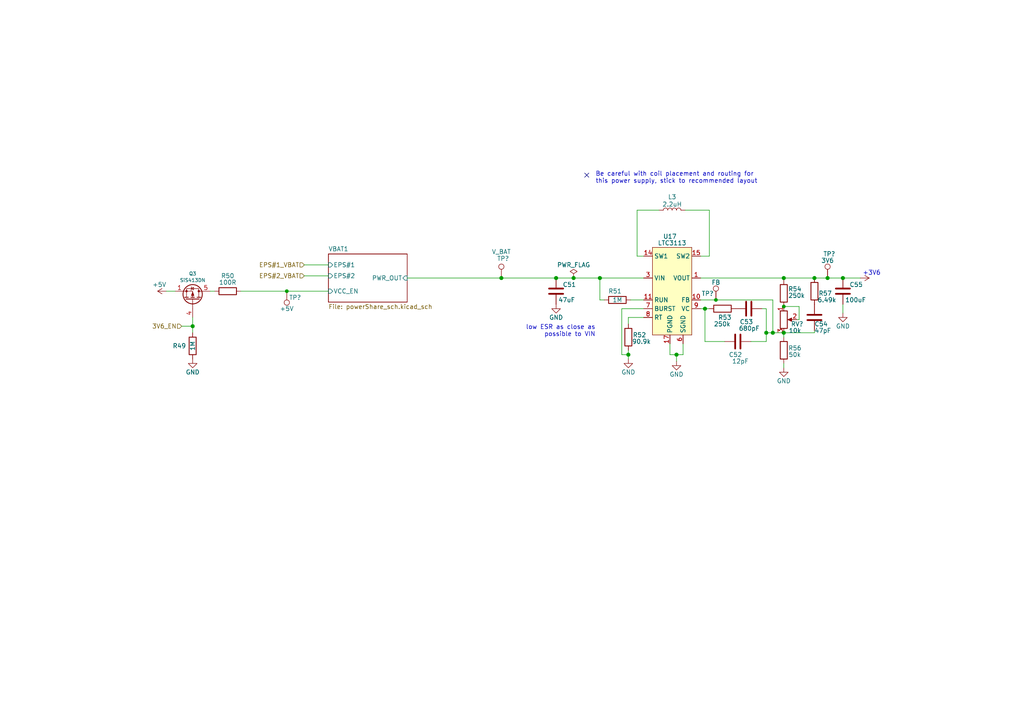
<source format=kicad_sch>
(kicad_sch (version 20211123) (generator eeschema)

  (uuid 93bc236d-3455-443f-8726-2037a6755e8b)

  (paper "A4")

  (lib_symbols
    (symbol "Connector:TestPoint" (pin_numbers hide) (pin_names (offset 0.762) hide) (in_bom yes) (on_board yes)
      (property "Reference" "TP" (id 0) (at 0 6.858 0)
        (effects (font (size 1.27 1.27)))
      )
      (property "Value" "TestPoint" (id 1) (at 0 5.08 0)
        (effects (font (size 1.27 1.27)))
      )
      (property "Footprint" "" (id 2) (at 5.08 0 0)
        (effects (font (size 1.27 1.27)) hide)
      )
      (property "Datasheet" "~" (id 3) (at 5.08 0 0)
        (effects (font (size 1.27 1.27)) hide)
      )
      (property "ki_keywords" "test point tp" (id 4) (at 0 0 0)
        (effects (font (size 1.27 1.27)) hide)
      )
      (property "ki_description" "test point" (id 5) (at 0 0 0)
        (effects (font (size 1.27 1.27)) hide)
      )
      (property "ki_fp_filters" "Pin* Test*" (id 6) (at 0 0 0)
        (effects (font (size 1.27 1.27)) hide)
      )
      (symbol "TestPoint_0_1"
        (circle (center 0 3.302) (radius 0.762)
          (stroke (width 0) (type default) (color 0 0 0 0))
          (fill (type none))
        )
      )
      (symbol "TestPoint_1_1"
        (pin passive line (at 0 0 90) (length 2.54)
          (name "1" (effects (font (size 1.27 1.27))))
          (number "1" (effects (font (size 1.27 1.27))))
        )
      )
    )
    (symbol "Device:C" (pin_numbers hide) (pin_names (offset 0.254)) (in_bom yes) (on_board yes)
      (property "Reference" "C" (id 0) (at 0.635 2.54 0)
        (effects (font (size 1.27 1.27)) (justify left))
      )
      (property "Value" "C" (id 1) (at 0.635 -2.54 0)
        (effects (font (size 1.27 1.27)) (justify left))
      )
      (property "Footprint" "" (id 2) (at 0.9652 -3.81 0)
        (effects (font (size 1.27 1.27)) hide)
      )
      (property "Datasheet" "~" (id 3) (at 0 0 0)
        (effects (font (size 1.27 1.27)) hide)
      )
      (property "ki_keywords" "cap capacitor" (id 4) (at 0 0 0)
        (effects (font (size 1.27 1.27)) hide)
      )
      (property "ki_description" "Unpolarized capacitor" (id 5) (at 0 0 0)
        (effects (font (size 1.27 1.27)) hide)
      )
      (property "ki_fp_filters" "C_*" (id 6) (at 0 0 0)
        (effects (font (size 1.27 1.27)) hide)
      )
      (symbol "C_0_1"
        (polyline
          (pts
            (xy -2.032 -0.762)
            (xy 2.032 -0.762)
          )
          (stroke (width 0.508) (type default) (color 0 0 0 0))
          (fill (type none))
        )
        (polyline
          (pts
            (xy -2.032 0.762)
            (xy 2.032 0.762)
          )
          (stroke (width 0.508) (type default) (color 0 0 0 0))
          (fill (type none))
        )
      )
      (symbol "C_1_1"
        (pin passive line (at 0 3.81 270) (length 2.794)
          (name "~" (effects (font (size 1.27 1.27))))
          (number "1" (effects (font (size 1.27 1.27))))
        )
        (pin passive line (at 0 -3.81 90) (length 2.794)
          (name "~" (effects (font (size 1.27 1.27))))
          (number "2" (effects (font (size 1.27 1.27))))
        )
      )
    )
    (symbol "Device:L" (pin_numbers hide) (pin_names (offset 1.016) hide) (in_bom yes) (on_board yes)
      (property "Reference" "L" (id 0) (at -1.27 0 90)
        (effects (font (size 1.27 1.27)))
      )
      (property "Value" "L" (id 1) (at 1.905 0 90)
        (effects (font (size 1.27 1.27)))
      )
      (property "Footprint" "" (id 2) (at 0 0 0)
        (effects (font (size 1.27 1.27)) hide)
      )
      (property "Datasheet" "~" (id 3) (at 0 0 0)
        (effects (font (size 1.27 1.27)) hide)
      )
      (property "ki_keywords" "inductor choke coil reactor magnetic" (id 4) (at 0 0 0)
        (effects (font (size 1.27 1.27)) hide)
      )
      (property "ki_description" "Inductor" (id 5) (at 0 0 0)
        (effects (font (size 1.27 1.27)) hide)
      )
      (property "ki_fp_filters" "Choke_* *Coil* Inductor_* L_*" (id 6) (at 0 0 0)
        (effects (font (size 1.27 1.27)) hide)
      )
      (symbol "L_0_1"
        (arc (start 0 -2.54) (mid 0.635 -1.905) (end 0 -1.27)
          (stroke (width 0) (type default) (color 0 0 0 0))
          (fill (type none))
        )
        (arc (start 0 -1.27) (mid 0.635 -0.635) (end 0 0)
          (stroke (width 0) (type default) (color 0 0 0 0))
          (fill (type none))
        )
        (arc (start 0 0) (mid 0.635 0.635) (end 0 1.27)
          (stroke (width 0) (type default) (color 0 0 0 0))
          (fill (type none))
        )
        (arc (start 0 1.27) (mid 0.635 1.905) (end 0 2.54)
          (stroke (width 0) (type default) (color 0 0 0 0))
          (fill (type none))
        )
      )
      (symbol "L_1_1"
        (pin passive line (at 0 3.81 270) (length 1.27)
          (name "1" (effects (font (size 1.27 1.27))))
          (number "1" (effects (font (size 1.27 1.27))))
        )
        (pin passive line (at 0 -3.81 90) (length 1.27)
          (name "2" (effects (font (size 1.27 1.27))))
          (number "2" (effects (font (size 1.27 1.27))))
        )
      )
    )
    (symbol "Device:R" (pin_numbers hide) (pin_names (offset 0)) (in_bom yes) (on_board yes)
      (property "Reference" "R" (id 0) (at 2.032 0 90)
        (effects (font (size 1.27 1.27)))
      )
      (property "Value" "R" (id 1) (at 0 0 90)
        (effects (font (size 1.27 1.27)))
      )
      (property "Footprint" "" (id 2) (at -1.778 0 90)
        (effects (font (size 1.27 1.27)) hide)
      )
      (property "Datasheet" "~" (id 3) (at 0 0 0)
        (effects (font (size 1.27 1.27)) hide)
      )
      (property "ki_keywords" "R res resistor" (id 4) (at 0 0 0)
        (effects (font (size 1.27 1.27)) hide)
      )
      (property "ki_description" "Resistor" (id 5) (at 0 0 0)
        (effects (font (size 1.27 1.27)) hide)
      )
      (property "ki_fp_filters" "R_*" (id 6) (at 0 0 0)
        (effects (font (size 1.27 1.27)) hide)
      )
      (symbol "R_0_1"
        (rectangle (start -1.016 -2.54) (end 1.016 2.54)
          (stroke (width 0.254) (type default) (color 0 0 0 0))
          (fill (type none))
        )
      )
      (symbol "R_1_1"
        (pin passive line (at 0 3.81 270) (length 1.27)
          (name "~" (effects (font (size 1.27 1.27))))
          (number "1" (effects (font (size 1.27 1.27))))
        )
        (pin passive line (at 0 -3.81 90) (length 1.27)
          (name "~" (effects (font (size 1.27 1.27))))
          (number "2" (effects (font (size 1.27 1.27))))
        )
      )
    )
    (symbol "Device:R_Potentiometer" (pin_names (offset 1.016) hide) (in_bom yes) (on_board yes)
      (property "Reference" "RV" (id 0) (at -4.445 0 90)
        (effects (font (size 1.27 1.27)))
      )
      (property "Value" "R_Potentiometer" (id 1) (at -2.54 0 90)
        (effects (font (size 1.27 1.27)))
      )
      (property "Footprint" "" (id 2) (at 0 0 0)
        (effects (font (size 1.27 1.27)) hide)
      )
      (property "Datasheet" "~" (id 3) (at 0 0 0)
        (effects (font (size 1.27 1.27)) hide)
      )
      (property "ki_keywords" "resistor variable" (id 4) (at 0 0 0)
        (effects (font (size 1.27 1.27)) hide)
      )
      (property "ki_description" "Potentiometer" (id 5) (at 0 0 0)
        (effects (font (size 1.27 1.27)) hide)
      )
      (property "ki_fp_filters" "Potentiometer*" (id 6) (at 0 0 0)
        (effects (font (size 1.27 1.27)) hide)
      )
      (symbol "R_Potentiometer_0_1"
        (polyline
          (pts
            (xy 2.54 0)
            (xy 1.524 0)
          )
          (stroke (width 0) (type default) (color 0 0 0 0))
          (fill (type none))
        )
        (polyline
          (pts
            (xy 1.143 0)
            (xy 2.286 0.508)
            (xy 2.286 -0.508)
            (xy 1.143 0)
          )
          (stroke (width 0) (type default) (color 0 0 0 0))
          (fill (type outline))
        )
        (rectangle (start 1.016 2.54) (end -1.016 -2.54)
          (stroke (width 0.254) (type default) (color 0 0 0 0))
          (fill (type none))
        )
      )
      (symbol "R_Potentiometer_1_1"
        (pin passive line (at 0 3.81 270) (length 1.27)
          (name "1" (effects (font (size 1.27 1.27))))
          (number "1" (effects (font (size 1.27 1.27))))
        )
        (pin passive line (at 3.81 0 180) (length 1.27)
          (name "2" (effects (font (size 1.27 1.27))))
          (number "2" (effects (font (size 1.27 1.27))))
        )
        (pin passive line (at 0 -3.81 90) (length 1.27)
          (name "3" (effects (font (size 1.27 1.27))))
          (number "3" (effects (font (size 1.27 1.27))))
        )
      )
    )
    (symbol "Transistor_FET:SiS443DN" (pin_names hide) (in_bom yes) (on_board yes)
      (property "Reference" "Q" (id 0) (at 5.08 1.905 0)
        (effects (font (size 1.27 1.27)) (justify left))
      )
      (property "Value" "SiS443DN" (id 1) (at 5.08 0 0)
        (effects (font (size 1.27 1.27)) (justify left))
      )
      (property "Footprint" "Package_SO:Vishay_PowerPAK_1212-8_Single" (id 2) (at 5.08 -1.905 0)
        (effects (font (size 1.27 1.27) italic) (justify left) hide)
      )
      (property "Datasheet" "https://www.vishay.com/docs/63253/sis443dn.pdf" (id 3) (at 0 0 90)
        (effects (font (size 1.27 1.27)) (justify left) hide)
      )
      (property "ki_keywords" "P-Channel MOSFET" (id 4) (at 0 0 0)
        (effects (font (size 1.27 1.27)) hide)
      )
      (property "ki_description" "-35A Id, -40V Vds, P-Channel MOSFET, PowerPAK 1212-8 Single" (id 5) (at 0 0 0)
        (effects (font (size 1.27 1.27)) hide)
      )
      (property "ki_fp_filters" "Vishay*PowerPAK*1212*Single*" (id 6) (at 0 0 0)
        (effects (font (size 1.27 1.27)) hide)
      )
      (symbol "SiS443DN_0_1"
        (polyline
          (pts
            (xy 0.254 0)
            (xy -2.54 0)
          )
          (stroke (width 0) (type default) (color 0 0 0 0))
          (fill (type none))
        )
        (polyline
          (pts
            (xy 0.254 1.905)
            (xy 0.254 -1.905)
          )
          (stroke (width 0.254) (type default) (color 0 0 0 0))
          (fill (type none))
        )
        (polyline
          (pts
            (xy 0.762 -1.27)
            (xy 0.762 -2.286)
          )
          (stroke (width 0.254) (type default) (color 0 0 0 0))
          (fill (type none))
        )
        (polyline
          (pts
            (xy 0.762 0.508)
            (xy 0.762 -0.508)
          )
          (stroke (width 0.254) (type default) (color 0 0 0 0))
          (fill (type none))
        )
        (polyline
          (pts
            (xy 0.762 2.286)
            (xy 0.762 1.27)
          )
          (stroke (width 0.254) (type default) (color 0 0 0 0))
          (fill (type none))
        )
        (polyline
          (pts
            (xy 2.54 2.54)
            (xy 2.54 1.778)
          )
          (stroke (width 0) (type default) (color 0 0 0 0))
          (fill (type none))
        )
        (polyline
          (pts
            (xy 2.54 -2.54)
            (xy 2.54 0)
            (xy 0.762 0)
          )
          (stroke (width 0) (type default) (color 0 0 0 0))
          (fill (type none))
        )
        (polyline
          (pts
            (xy 0.762 1.778)
            (xy 3.302 1.778)
            (xy 3.302 -1.778)
            (xy 0.762 -1.778)
          )
          (stroke (width 0) (type default) (color 0 0 0 0))
          (fill (type none))
        )
        (polyline
          (pts
            (xy 2.286 0)
            (xy 1.27 0.381)
            (xy 1.27 -0.381)
            (xy 2.286 0)
          )
          (stroke (width 0) (type default) (color 0 0 0 0))
          (fill (type outline))
        )
        (polyline
          (pts
            (xy 2.794 -0.508)
            (xy 2.921 -0.381)
            (xy 3.683 -0.381)
            (xy 3.81 -0.254)
          )
          (stroke (width 0) (type default) (color 0 0 0 0))
          (fill (type none))
        )
        (polyline
          (pts
            (xy 3.302 -0.381)
            (xy 2.921 0.254)
            (xy 3.683 0.254)
            (xy 3.302 -0.381)
          )
          (stroke (width 0) (type default) (color 0 0 0 0))
          (fill (type none))
        )
        (circle (center 1.651 0) (radius 2.794)
          (stroke (width 0.254) (type default) (color 0 0 0 0))
          (fill (type none))
        )
        (circle (center 2.54 -1.778) (radius 0.254)
          (stroke (width 0) (type default) (color 0 0 0 0))
          (fill (type outline))
        )
        (circle (center 2.54 1.778) (radius 0.254)
          (stroke (width 0) (type default) (color 0 0 0 0))
          (fill (type outline))
        )
      )
      (symbol "SiS443DN_1_1"
        (pin passive line (at 2.54 -5.08 90) (length 2.54)
          (name "S" (effects (font (size 1.27 1.27))))
          (number "1" (effects (font (size 1.27 1.27))))
        )
        (pin passive line (at 2.54 -5.08 90) (length 2.54) hide
          (name "S" (effects (font (size 1.27 1.27))))
          (number "2" (effects (font (size 1.27 1.27))))
        )
        (pin passive line (at 2.54 -5.08 90) (length 2.54) hide
          (name "S" (effects (font (size 1.27 1.27))))
          (number "3" (effects (font (size 1.27 1.27))))
        )
        (pin passive line (at -5.08 0 0) (length 2.54)
          (name "G" (effects (font (size 1.27 1.27))))
          (number "4" (effects (font (size 1.27 1.27))))
        )
        (pin passive line (at 2.54 5.08 270) (length 2.54)
          (name "D" (effects (font (size 1.27 1.27))))
          (number "5" (effects (font (size 1.27 1.27))))
        )
      )
    )
    (symbol "comm:LTC3113" (in_bom yes) (on_board yes)
      (property "Reference" "U" (id 0) (at 0 17.78 0)
        (effects (font (size 1.27 1.27)))
      )
      (property "Value" "LTC3113" (id 1) (at 0 15.24 0)
        (effects (font (size 1.27 1.27)))
      )
      (property "Footprint" "Package_DFN_QFN:DFN-16-1EP_4x5mm_P0.5mm_EP2.44x4.34mm" (id 2) (at 0 13.97 0)
        (effects (font (size 1.27 1.27)) hide)
      )
      (property "Datasheet" "" (id 3) (at 0 13.97 0)
        (effects (font (size 1.27 1.27)) hide)
      )
      (symbol "LTC3113_0_1"
        (rectangle (start -5.08 11.43) (end 6.35 -13.97)
          (stroke (width 0.1524) (type default) (color 0 0 0 0))
          (fill (type background))
        )
      )
      (symbol "LTC3113_1_1"
        (pin power_out line (at 8.89 2.54 180) (length 2.54)
          (name "VOUT" (effects (font (size 1.27 1.27))))
          (number "1" (effects (font (size 1.27 1.27))))
        )
        (pin input line (at 8.89 -3.81 180) (length 2.54)
          (name "FB" (effects (font (size 1.27 1.27))))
          (number "10" (effects (font (size 1.27 1.27))))
        )
        (pin input line (at -7.62 -3.81 0) (length 2.54)
          (name "RUN" (effects (font (size 1.27 1.27))))
          (number "11" (effects (font (size 1.27 1.27))))
        )
        (pin input line (at -7.62 8.89 0) (length 2.54) hide
          (name "SW1" (effects (font (size 1.27 1.27))))
          (number "12" (effects (font (size 1.27 1.27))))
        )
        (pin input line (at -7.62 8.89 0) (length 2.54) hide
          (name "SW1" (effects (font (size 1.27 1.27))))
          (number "13" (effects (font (size 1.27 1.27))))
        )
        (pin input line (at -7.62 8.89 0) (length 2.54)
          (name "SW1" (effects (font (size 1.27 1.27))))
          (number "14" (effects (font (size 1.27 1.27))))
        )
        (pin input line (at 8.89 8.89 180) (length 2.54)
          (name "SW2" (effects (font (size 1.27 1.27))))
          (number "15" (effects (font (size 1.27 1.27))))
        )
        (pin input line (at 8.89 8.89 180) (length 2.54) hide
          (name "SW2" (effects (font (size 1.27 1.27))))
          (number "16" (effects (font (size 1.27 1.27))))
        )
        (pin power_in line (at 0 -16.51 90) (length 2.54)
          (name "PGND" (effects (font (size 1.27 1.27))))
          (number "17" (effects (font (size 1.27 1.27))))
        )
        (pin passive line (at 8.89 2.54 180) (length 2.54) hide
          (name "VOUT" (effects (font (size 1.27 1.27))))
          (number "2" (effects (font (size 1.27 1.27))))
        )
        (pin power_in line (at -7.62 2.54 0) (length 2.54)
          (name "VIN" (effects (font (size 1.27 1.27))))
          (number "3" (effects (font (size 1.27 1.27))))
        )
        (pin power_in line (at -7.62 2.54 0) (length 2.54) hide
          (name "VIN" (effects (font (size 1.27 1.27))))
          (number "4" (effects (font (size 1.27 1.27))))
        )
        (pin power_in line (at -7.62 2.54 0) (length 2.54) hide
          (name "VIN" (effects (font (size 1.27 1.27))))
          (number "5" (effects (font (size 1.27 1.27))))
        )
        (pin power_in line (at 3.81 -16.51 90) (length 2.54)
          (name "SGND" (effects (font (size 1.27 1.27))))
          (number "6" (effects (font (size 1.27 1.27))))
        )
        (pin input line (at -7.62 -6.35 0) (length 2.54)
          (name "BURST" (effects (font (size 1.27 1.27))))
          (number "7" (effects (font (size 1.27 1.27))))
        )
        (pin input line (at -7.62 -8.89 0) (length 2.54)
          (name "RT" (effects (font (size 1.27 1.27))))
          (number "8" (effects (font (size 1.27 1.27))))
        )
        (pin input line (at 8.89 -6.35 180) (length 2.54)
          (name "VC" (effects (font (size 1.27 1.27))))
          (number "9" (effects (font (size 1.27 1.27))))
        )
      )
    )
    (symbol "power:+3V8" (power) (pin_names (offset 0)) (in_bom yes) (on_board yes)
      (property "Reference" "#PWR" (id 0) (at 0 -3.81 0)
        (effects (font (size 1.27 1.27)) hide)
      )
      (property "Value" "+3V8" (id 1) (at 0 3.556 0)
        (effects (font (size 1.27 1.27)))
      )
      (property "Footprint" "" (id 2) (at 0 0 0)
        (effects (font (size 1.27 1.27)) hide)
      )
      (property "Datasheet" "" (id 3) (at 0 0 0)
        (effects (font (size 1.27 1.27)) hide)
      )
      (property "ki_keywords" "power-flag" (id 4) (at 0 0 0)
        (effects (font (size 1.27 1.27)) hide)
      )
      (property "ki_description" "Power symbol creates a global label with name \"+3V8\"" (id 5) (at 0 0 0)
        (effects (font (size 1.27 1.27)) hide)
      )
      (symbol "+3V8_0_1"
        (polyline
          (pts
            (xy -0.762 1.27)
            (xy 0 2.54)
          )
          (stroke (width 0) (type default) (color 0 0 0 0))
          (fill (type none))
        )
        (polyline
          (pts
            (xy 0 0)
            (xy 0 2.54)
          )
          (stroke (width 0) (type default) (color 0 0 0 0))
          (fill (type none))
        )
        (polyline
          (pts
            (xy 0 2.54)
            (xy 0.762 1.27)
          )
          (stroke (width 0) (type default) (color 0 0 0 0))
          (fill (type none))
        )
      )
      (symbol "+3V8_1_1"
        (pin power_in line (at 0 0 90) (length 0) hide
          (name "+3V8" (effects (font (size 1.27 1.27))))
          (number "1" (effects (font (size 1.27 1.27))))
        )
      )
    )
    (symbol "power:+5V" (power) (pin_names (offset 0)) (in_bom yes) (on_board yes)
      (property "Reference" "#PWR" (id 0) (at 0 -3.81 0)
        (effects (font (size 1.27 1.27)) hide)
      )
      (property "Value" "+5V" (id 1) (at 0 3.556 0)
        (effects (font (size 1.27 1.27)))
      )
      (property "Footprint" "" (id 2) (at 0 0 0)
        (effects (font (size 1.27 1.27)) hide)
      )
      (property "Datasheet" "" (id 3) (at 0 0 0)
        (effects (font (size 1.27 1.27)) hide)
      )
      (property "ki_keywords" "power-flag" (id 4) (at 0 0 0)
        (effects (font (size 1.27 1.27)) hide)
      )
      (property "ki_description" "Power symbol creates a global label with name \"+5V\"" (id 5) (at 0 0 0)
        (effects (font (size 1.27 1.27)) hide)
      )
      (symbol "+5V_0_1"
        (polyline
          (pts
            (xy -0.762 1.27)
            (xy 0 2.54)
          )
          (stroke (width 0) (type default) (color 0 0 0 0))
          (fill (type none))
        )
        (polyline
          (pts
            (xy 0 0)
            (xy 0 2.54)
          )
          (stroke (width 0) (type default) (color 0 0 0 0))
          (fill (type none))
        )
        (polyline
          (pts
            (xy 0 2.54)
            (xy 0.762 1.27)
          )
          (stroke (width 0) (type default) (color 0 0 0 0))
          (fill (type none))
        )
      )
      (symbol "+5V_1_1"
        (pin power_in line (at 0 0 90) (length 0) hide
          (name "+5V" (effects (font (size 1.27 1.27))))
          (number "1" (effects (font (size 1.27 1.27))))
        )
      )
    )
    (symbol "power:GND" (power) (pin_names (offset 0)) (in_bom yes) (on_board yes)
      (property "Reference" "#PWR" (id 0) (at 0 -6.35 0)
        (effects (font (size 1.27 1.27)) hide)
      )
      (property "Value" "GND" (id 1) (at 0 -3.81 0)
        (effects (font (size 1.27 1.27)))
      )
      (property "Footprint" "" (id 2) (at 0 0 0)
        (effects (font (size 1.27 1.27)) hide)
      )
      (property "Datasheet" "" (id 3) (at 0 0 0)
        (effects (font (size 1.27 1.27)) hide)
      )
      (property "ki_keywords" "power-flag" (id 4) (at 0 0 0)
        (effects (font (size 1.27 1.27)) hide)
      )
      (property "ki_description" "Power symbol creates a global label with name \"GND\" , ground" (id 5) (at 0 0 0)
        (effects (font (size 1.27 1.27)) hide)
      )
      (symbol "GND_0_1"
        (polyline
          (pts
            (xy 0 0)
            (xy 0 -1.27)
            (xy 1.27 -1.27)
            (xy 0 -2.54)
            (xy -1.27 -1.27)
            (xy 0 -1.27)
          )
          (stroke (width 0) (type default) (color 0 0 0 0))
          (fill (type none))
        )
      )
      (symbol "GND_1_1"
        (pin power_in line (at 0 0 270) (length 0) hide
          (name "GND" (effects (font (size 1.27 1.27))))
          (number "1" (effects (font (size 1.27 1.27))))
        )
      )
    )
    (symbol "power:PWR_FLAG" (power) (pin_numbers hide) (pin_names (offset 0) hide) (in_bom yes) (on_board yes)
      (property "Reference" "#FLG" (id 0) (at 0 1.905 0)
        (effects (font (size 1.27 1.27)) hide)
      )
      (property "Value" "PWR_FLAG" (id 1) (at 0 3.81 0)
        (effects (font (size 1.27 1.27)))
      )
      (property "Footprint" "" (id 2) (at 0 0 0)
        (effects (font (size 1.27 1.27)) hide)
      )
      (property "Datasheet" "~" (id 3) (at 0 0 0)
        (effects (font (size 1.27 1.27)) hide)
      )
      (property "ki_keywords" "power-flag" (id 4) (at 0 0 0)
        (effects (font (size 1.27 1.27)) hide)
      )
      (property "ki_description" "Special symbol for telling ERC where power comes from" (id 5) (at 0 0 0)
        (effects (font (size 1.27 1.27)) hide)
      )
      (symbol "PWR_FLAG_0_0"
        (pin power_out line (at 0 0 90) (length 0)
          (name "pwr" (effects (font (size 1.27 1.27))))
          (number "1" (effects (font (size 1.27 1.27))))
        )
      )
      (symbol "PWR_FLAG_0_1"
        (polyline
          (pts
            (xy 0 0)
            (xy 0 1.27)
            (xy -1.016 1.905)
            (xy 0 2.54)
            (xy 1.016 1.905)
            (xy 0 1.27)
          )
          (stroke (width 0) (type default) (color 0 0 0 0))
          (fill (type none))
        )
      )
    )
  )

  (junction (at 224.155 96.52) (diameter 1.016) (color 0 0 0 0)
    (uuid 10466cba-b45a-4266-a3b7-e58a54c85068)
  )
  (junction (at 166.37 80.645) (diameter 1.016) (color 0 0 0 0)
    (uuid 223b1bf5-aeb0-4409-ae26-7a05947090b1)
  )
  (junction (at 173.99 80.645) (diameter 1.016) (color 0 0 0 0)
    (uuid 2bd8e8f1-1a24-4dbc-9d3e-02ec45243012)
  )
  (junction (at 196.215 102.87) (diameter 1.016) (color 0 0 0 0)
    (uuid 3230db71-e343-4ca7-bfe8-9565703f0c4c)
  )
  (junction (at 244.475 80.645) (diameter 1.016) (color 0 0 0 0)
    (uuid 3b5c237f-d7d6-49ed-b03e-6a11bbbe8b45)
  )
  (junction (at 204.47 89.535) (diameter 1.016) (color 0 0 0 0)
    (uuid 3eade326-98e9-4f73-9969-c3de1dd20284)
  )
  (junction (at 145.415 80.645) (diameter 1.016) (color 0 0 0 0)
    (uuid 47033c75-f09c-4ea5-aeb3-c219d9891cc7)
  )
  (junction (at 161.29 80.645) (diameter 1.016) (color 0 0 0 0)
    (uuid 5d65aa66-ef4c-4c39-9d61-47de6dffabb0)
  )
  (junction (at 240.03 80.645) (diameter 1.016) (color 0 0 0 0)
    (uuid 608b1311-8621-40a7-be19-36f27fed020a)
  )
  (junction (at 182.245 102.87) (diameter 1.016) (color 0 0 0 0)
    (uuid 81fa679c-a92a-4d03-8dba-7b7ddbe3b862)
  )
  (junction (at 83.185 84.455) (diameter 0) (color 0 0 0 0)
    (uuid 963db081-7044-4f92-a766-1f2daf76bf28)
  )
  (junction (at 207.645 86.995) (diameter 0) (color 0 0 0 0)
    (uuid acc30a2b-a69f-472c-9bf1-45108a7cda82)
  )
  (junction (at 236.22 80.645) (diameter 1.016) (color 0 0 0 0)
    (uuid b282f0ec-ccbe-4072-9792-7cf3291c0003)
  )
  (junction (at 222.25 96.52) (diameter 1.016) (color 0 0 0 0)
    (uuid c424557c-de60-43fc-9d3b-22dc03bfab6a)
  )
  (junction (at 227.33 96.52) (diameter 1.016) (color 0 0 0 0)
    (uuid c9fd8097-4fd2-4bf4-ae2b-c6dd4fdd0ad6)
  )
  (junction (at 55.88 94.615) (diameter 1.016) (color 0 0 0 0)
    (uuid d10ed321-fe4a-4b2e-8c4a-eae42c56c9ad)
  )
  (junction (at 227.33 80.645) (diameter 1.016) (color 0 0 0 0)
    (uuid e85479a1-246b-4094-ab2f-e2441217b8b6)
  )
  (junction (at 227.33 88.9) (diameter 0) (color 0 0 0 0)
    (uuid ee58b9e2-2293-4041-98ac-b810e072ff5d)
  )

  (no_connect (at 170.18 50.8) (uuid 82e5ea2d-acde-40d4-b80d-7e85e848f6e3))

  (wire (pts (xy 196.215 102.87) (xy 198.12 102.87))
    (stroke (width 0) (type solid) (color 0 0 0 0))
    (uuid 049ea278-d5c7-4e32-916b-093e4d58b878)
  )
  (wire (pts (xy 95.25 76.835) (xy 88.265 76.835))
    (stroke (width 0) (type solid) (color 0 0 0 0))
    (uuid 0cceca1d-8f92-4069-96bd-f4c6a84bcb3f)
  )
  (wire (pts (xy 227.33 96.52) (xy 227.33 97.79))
    (stroke (width 0) (type solid) (color 0 0 0 0))
    (uuid 17506401-c505-4b8a-8c02-9c0a9283390f)
  )
  (wire (pts (xy 203.2 89.535) (xy 204.47 89.535))
    (stroke (width 0) (type solid) (color 0 0 0 0))
    (uuid 1879e5ff-bbb2-48ee-9149-b6be2b6c0c85)
  )
  (wire (pts (xy 182.245 102.87) (xy 182.245 104.14))
    (stroke (width 0) (type solid) (color 0 0 0 0))
    (uuid 19d12a1e-1a98-4e63-9f10-bf330392bc16)
  )
  (wire (pts (xy 227.33 96.52) (xy 236.22 96.52))
    (stroke (width 0) (type solid) (color 0 0 0 0))
    (uuid 1f07c9e6-a716-4ecb-9330-f0a8ddd49180)
  )
  (wire (pts (xy 161.29 80.645) (xy 166.37 80.645))
    (stroke (width 0) (type solid) (color 0 0 0 0))
    (uuid 261ceb10-a1c0-41ec-8894-558a20ffb8c1)
  )
  (wire (pts (xy 207.645 86.995) (xy 224.155 86.995))
    (stroke (width 0) (type solid) (color 0 0 0 0))
    (uuid 29d4a5ba-e8d6-4e1b-9390-901b6f64301c)
  )
  (wire (pts (xy 244.475 80.645) (xy 249.555 80.645))
    (stroke (width 0) (type solid) (color 0 0 0 0))
    (uuid 2b2377eb-49e0-4750-84ae-f21878c46e40)
  )
  (wire (pts (xy 186.69 89.535) (xy 180.34 89.535))
    (stroke (width 0) (type solid) (color 0 0 0 0))
    (uuid 321607d5-b090-4bc8-992a-daec1a7f8c2b)
  )
  (wire (pts (xy 88.265 80.01) (xy 95.25 80.01))
    (stroke (width 0) (type solid) (color 0 0 0 0))
    (uuid 360966c0-f32c-4c6f-94af-b320c03fc2d4)
  )
  (wire (pts (xy 198.12 99.695) (xy 198.12 102.87))
    (stroke (width 0) (type solid) (color 0 0 0 0))
    (uuid 3d4f22c4-470e-4541-bfff-737bb016921f)
  )
  (wire (pts (xy 182.88 86.995) (xy 186.69 86.995))
    (stroke (width 0) (type solid) (color 0 0 0 0))
    (uuid 412eb61d-0d49-4d84-9f20-a88eb8f1ddb1)
  )
  (wire (pts (xy 222.25 96.52) (xy 224.155 96.52))
    (stroke (width 0) (type solid) (color 0 0 0 0))
    (uuid 4a39c9a4-e72c-44f7-9917-b0725be10659)
  )
  (wire (pts (xy 210.185 99.06) (xy 204.47 99.06))
    (stroke (width 0) (type solid) (color 0 0 0 0))
    (uuid 5462e273-4610-4de9-bc3b-fa2760ac4fe7)
  )
  (wire (pts (xy 203.2 74.295) (xy 205.74 74.295))
    (stroke (width 0) (type solid) (color 0 0 0 0))
    (uuid 6082495c-64e5-4c52-ba04-b3834667a4e9)
  )
  (wire (pts (xy 50.8 84.455) (xy 48.26 84.455))
    (stroke (width 0) (type solid) (color 0 0 0 0))
    (uuid 60848de1-69c0-4161-83fc-4aeb21d0d129)
  )
  (wire (pts (xy 55.88 94.615) (xy 52.705 94.615))
    (stroke (width 0) (type solid) (color 0 0 0 0))
    (uuid 611ff46a-b112-4aa3-8e27-d53494f808b1)
  )
  (wire (pts (xy 224.155 96.52) (xy 227.33 96.52))
    (stroke (width 0) (type solid) (color 0 0 0 0))
    (uuid 612c567d-8f57-44da-91fa-f51e41f01983)
  )
  (wire (pts (xy 205.74 60.96) (xy 198.755 60.96))
    (stroke (width 0) (type solid) (color 0 0 0 0))
    (uuid 6219dc51-ab9e-4a9f-acd6-d2d06cfdf3d5)
  )
  (wire (pts (xy 204.47 89.535) (xy 205.74 89.535))
    (stroke (width 0) (type solid) (color 0 0 0 0))
    (uuid 63d92c6a-d643-489a-b610-46877a1df092)
  )
  (wire (pts (xy 204.47 89.535) (xy 204.47 99.06))
    (stroke (width 0) (type solid) (color 0 0 0 0))
    (uuid 64851761-36dd-45cf-82a8-11f68125ab59)
  )
  (wire (pts (xy 231.775 92.71) (xy 231.775 88.9))
    (stroke (width 0) (type default) (color 0 0 0 0))
    (uuid 6ac946e7-b92f-4da2-acc4-fd3c339c4891)
  )
  (wire (pts (xy 62.23 84.455) (xy 60.96 84.455))
    (stroke (width 0) (type solid) (color 0 0 0 0))
    (uuid 71fbfe10-f0d9-4ae5-bb3d-801d074db196)
  )
  (wire (pts (xy 227.33 80.645) (xy 236.22 80.645))
    (stroke (width 0) (type solid) (color 0 0 0 0))
    (uuid 725bac89-d139-4a83-8c1a-9af707195196)
  )
  (wire (pts (xy 182.245 93.98) (xy 182.245 92.075))
    (stroke (width 0) (type solid) (color 0 0 0 0))
    (uuid 7f50fdac-0d80-4715-8667-dc57a0ec19d4)
  )
  (wire (pts (xy 182.245 101.6) (xy 182.245 102.87))
    (stroke (width 0) (type solid) (color 0 0 0 0))
    (uuid 81831b8a-5454-47d8-a047-e60a79872195)
  )
  (wire (pts (xy 227.33 80.645) (xy 227.33 81.28))
    (stroke (width 0) (type solid) (color 0 0 0 0))
    (uuid 8c60b43a-9084-41a3-8680-dc43d33c20b4)
  )
  (wire (pts (xy 180.34 89.535) (xy 180.34 102.87))
    (stroke (width 0) (type solid) (color 0 0 0 0))
    (uuid 90a60d6e-efdd-4b21-a7bd-6e454a96062a)
  )
  (wire (pts (xy 205.74 60.96) (xy 205.74 74.295))
    (stroke (width 0) (type solid) (color 0 0 0 0))
    (uuid 95475eda-4b01-4b5b-bb59-e47c2002372f)
  )
  (wire (pts (xy 173.99 80.645) (xy 186.69 80.645))
    (stroke (width 0) (type solid) (color 0 0 0 0))
    (uuid 997b3398-f886-40f4-a451-ee5852abda52)
  )
  (wire (pts (xy 236.22 96.52) (xy 236.22 95.885))
    (stroke (width 0) (type solid) (color 0 0 0 0))
    (uuid 9b74c266-6cc9-49fd-b629-2a76c0e78f43)
  )
  (wire (pts (xy 194.31 102.87) (xy 196.215 102.87))
    (stroke (width 0) (type solid) (color 0 0 0 0))
    (uuid 9b895b0b-60ec-4a22-8dba-3efd8a7857fb)
  )
  (wire (pts (xy 175.26 86.995) (xy 173.99 86.995))
    (stroke (width 0) (type solid) (color 0 0 0 0))
    (uuid 9efc73c0-34c9-4aed-b429-650b825e584b)
  )
  (wire (pts (xy 184.785 60.96) (xy 184.785 74.295))
    (stroke (width 0) (type solid) (color 0 0 0 0))
    (uuid a7c9a12c-2a91-4e13-97b5-b910bc8454b4)
  )
  (wire (pts (xy 231.14 92.71) (xy 231.775 92.71))
    (stroke (width 0) (type default) (color 0 0 0 0))
    (uuid b0c48fa2-a6ca-4250-b8ac-f3144e428545)
  )
  (wire (pts (xy 182.245 92.075) (xy 186.69 92.075))
    (stroke (width 0) (type solid) (color 0 0 0 0))
    (uuid b1e97b70-6241-4b20-bb40-6c175be07d40)
  )
  (wire (pts (xy 118.11 80.645) (xy 145.415 80.645))
    (stroke (width 0) (type solid) (color 0 0 0 0))
    (uuid b2742f2a-3867-4be4-a359-fdc03dada4ad)
  )
  (wire (pts (xy 145.415 80.645) (xy 161.29 80.645))
    (stroke (width 0) (type solid) (color 0 0 0 0))
    (uuid b2742f2a-3867-4be4-a359-fdc03dada4ae)
  )
  (wire (pts (xy 69.85 84.455) (xy 83.185 84.455))
    (stroke (width 0) (type solid) (color 0 0 0 0))
    (uuid b6a3e3d7-bc8f-488e-8493-f1a588592b83)
  )
  (wire (pts (xy 203.2 86.995) (xy 207.645 86.995))
    (stroke (width 0) (type solid) (color 0 0 0 0))
    (uuid b8217ba2-4bd0-498e-b843-14ef4ecceda5)
  )
  (wire (pts (xy 180.34 102.87) (xy 182.245 102.87))
    (stroke (width 0) (type solid) (color 0 0 0 0))
    (uuid ba3c010b-16f2-45af-b2b1-ac489a2ff3ef)
  )
  (wire (pts (xy 227.33 105.41) (xy 227.33 106.68))
    (stroke (width 0) (type solid) (color 0 0 0 0))
    (uuid bd0b79be-639a-4ad6-a2f3-2437234f84fc)
  )
  (wire (pts (xy 55.88 94.615) (xy 55.88 96.52))
    (stroke (width 0) (type solid) (color 0 0 0 0))
    (uuid bf309b41-700b-4cf2-9b8d-0d85c6117e1f)
  )
  (wire (pts (xy 194.31 99.695) (xy 194.31 102.87))
    (stroke (width 0) (type solid) (color 0 0 0 0))
    (uuid c38b5d77-12ea-4dd3-a7ce-532ef972a55d)
  )
  (wire (pts (xy 227.33 88.9) (xy 231.775 88.9))
    (stroke (width 0) (type default) (color 0 0 0 0))
    (uuid c488471f-7dcf-49ec-83fd-f782ebf4dab9)
  )
  (wire (pts (xy 222.25 89.535) (xy 222.25 96.52))
    (stroke (width 0) (type solid) (color 0 0 0 0))
    (uuid c5dc042e-4cdc-45d1-934d-e10a7935a146)
  )
  (wire (pts (xy 224.155 86.995) (xy 224.155 96.52))
    (stroke (width 0) (type solid) (color 0 0 0 0))
    (uuid c74bcb29-c9d9-4b5e-92e3-c2c531c69999)
  )
  (wire (pts (xy 166.37 80.645) (xy 173.99 80.645))
    (stroke (width 0) (type solid) (color 0 0 0 0))
    (uuid c7625d30-f230-426f-93bf-81ce31181ec4)
  )
  (wire (pts (xy 83.185 84.455) (xy 95.25 84.455))
    (stroke (width 0) (type solid) (color 0 0 0 0))
    (uuid c9f2d6de-b63c-40ac-8f21-2db700cb8ad6)
  )
  (wire (pts (xy 186.69 74.295) (xy 184.785 74.295))
    (stroke (width 0) (type solid) (color 0 0 0 0))
    (uuid d288116c-547f-4a32-b3d8-19b7fd73373c)
  )
  (wire (pts (xy 244.475 88.265) (xy 244.475 90.805))
    (stroke (width 0) (type solid) (color 0 0 0 0))
    (uuid d5abcbc9-3649-4db1-a5c3-6acba25ce183)
  )
  (wire (pts (xy 203.2 80.645) (xy 227.33 80.645))
    (stroke (width 0) (type solid) (color 0 0 0 0))
    (uuid d912ce47-8d07-4b9f-8ac9-355eb78207fb)
  )
  (wire (pts (xy 222.25 96.52) (xy 222.25 99.06))
    (stroke (width 0) (type solid) (color 0 0 0 0))
    (uuid de6087b2-e236-4764-bbd3-27ef6c3e7ed9)
  )
  (wire (pts (xy 236.22 80.645) (xy 240.03 80.645))
    (stroke (width 0) (type solid) (color 0 0 0 0))
    (uuid def32d6e-19da-4774-8783-c8db343f821c)
  )
  (wire (pts (xy 240.03 80.645) (xy 244.475 80.645))
    (stroke (width 0) (type solid) (color 0 0 0 0))
    (uuid def32d6e-19da-4774-8783-c8db343f821d)
  )
  (wire (pts (xy 55.88 92.075) (xy 55.88 94.615))
    (stroke (width 0) (type solid) (color 0 0 0 0))
    (uuid dfa996f8-aac8-483b-b844-24939524abbd)
  )
  (wire (pts (xy 196.215 102.87) (xy 196.215 104.775))
    (stroke (width 0) (type solid) (color 0 0 0 0))
    (uuid e35d64a4-6669-471d-af6b-94bb2a366887)
  )
  (wire (pts (xy 184.785 60.96) (xy 191.135 60.96))
    (stroke (width 0) (type solid) (color 0 0 0 0))
    (uuid e68831d5-f82f-4a67-a937-551a87bd7def)
  )
  (wire (pts (xy 220.98 89.535) (xy 222.25 89.535))
    (stroke (width 0) (type solid) (color 0 0 0 0))
    (uuid ea9c0586-bc11-428d-9921-1d143f0b48d6)
  )
  (wire (pts (xy 217.805 99.06) (xy 222.25 99.06))
    (stroke (width 0) (type solid) (color 0 0 0 0))
    (uuid ec1e53e8-9583-4668-ab11-b593c03c49ee)
  )
  (wire (pts (xy 173.99 80.645) (xy 173.99 86.995))
    (stroke (width 0) (type solid) (color 0 0 0 0))
    (uuid fc086cd3-1b59-4e1d-945b-aaa2d55fcf8a)
  )

  (text "Be careful with coil placement and routing for\nthis power supply, stick to recommended layout"
    (at 172.72 53.34 0)
    (effects (font (size 1.27 1.27)) (justify left bottom))
    (uuid 187ca0e5-c377-46cd-b99e-4a9ada493a30)
  )
  (text "+3V6" (at 250.19 80.01 0)
    (effects (font (size 1.27 1.27)) (justify left bottom))
    (uuid 1ab99666-2754-4e03-a7fb-1d935cf15685)
  )
  (text "low ESR as close as\npossible to VIN\n" (at 172.72 97.79 180)
    (effects (font (size 1.27 1.27)) (justify right bottom))
    (uuid e85887f4-0ced-4173-9c97-81e8392e3ff9)
  )

  (hierarchical_label "3V6_EN" (shape input) (at 52.705 94.615 180)
    (effects (font (size 1.27 1.27)) (justify right))
    (uuid 3d4c4a4e-95cc-4e2a-bec4-1456fd53e32e)
  )
  (hierarchical_label "EPS#1_VBAT" (shape input) (at 88.265 76.835 180)
    (effects (font (size 1.27 1.27)) (justify right))
    (uuid 42d0da7f-3f70-4b53-b973-f805ca2d7440)
  )
  (hierarchical_label "EPS#2_VBAT" (shape input) (at 88.265 80.01 180)
    (effects (font (size 1.27 1.27)) (justify right))
    (uuid c4bd51d6-737c-4737-b561-f035d8a6d4fd)
  )

  (symbol (lib_id "Device:R_Potentiometer") (at 227.33 92.71 0) (unit 1)
    (in_bom yes) (on_board yes)
    (uuid 0e1e56bd-eab5-4d6b-b4c5-561f3b0b401e)
    (property "Reference" "RV?" (id 0) (at 233.045 93.98 0)
      (effects (font (size 1.27 1.27)) (justify right))
    )
    (property "Value" "10k" (id 1) (at 232.41 95.885 0)
      (effects (font (size 1.27 1.27)) (justify right))
    )
    (property "Footprint" "" (id 2) (at 227.33 92.71 0)
      (effects (font (size 1.27 1.27)) hide)
    )
    (property "Datasheet" "~" (id 3) (at 227.33 92.71 0)
      (effects (font (size 1.27 1.27)) hide)
    )
    (pin "1" (uuid 72e184ec-98fe-4448-9500-960f78c05658))
    (pin "2" (uuid ff49acfa-b76c-459f-be12-bd25c641a289))
    (pin "3" (uuid e3ddf9f4-05ba-4979-b993-af61fd140977))
  )

  (symbol (lib_id "Device:C") (at 161.29 84.455 0) (unit 1)
    (in_bom yes) (on_board yes)
    (uuid 1264a417-0675-47bb-a8af-7a9154520548)
    (property "Reference" "C51" (id 0) (at 163.195 82.5499 0)
      (effects (font (size 1.27 1.27)) (justify left))
    )
    (property "Value" "47uF" (id 1) (at 161.925 86.995 0)
      (effects (font (size 1.27 1.27)) (justify left))
    )
    (property "Footprint" "Capacitor_SMD:C_0603_1608Metric" (id 2) (at 162.2552 88.265 0)
      (effects (font (size 1.27 1.27)) hide)
    )
    (property "Datasheet" "~" (id 3) (at 161.29 84.455 0)
      (effects (font (size 1.27 1.27)) hide)
    )
    (pin "1" (uuid b995c13f-56f8-47fe-9bb9-4342a7adfe82))
    (pin "2" (uuid 7ceda713-da81-4d6b-8846-ee3054553385))
  )

  (symbol (lib_id "power:GND") (at 227.33 106.68 0) (unit 1)
    (in_bom yes) (on_board yes) (fields_autoplaced)
    (uuid 34f1d719-3b71-4151-8ccf-e8f6c48b5690)
    (property "Reference" "#PWR0166" (id 0) (at 227.33 113.03 0)
      (effects (font (size 1.27 1.27)) hide)
    )
    (property "Value" "GND" (id 1) (at 227.33 110.49 0))
    (property "Footprint" "" (id 2) (at 227.33 106.68 0)
      (effects (font (size 1.27 1.27)) hide)
    )
    (property "Datasheet" "" (id 3) (at 227.33 106.68 0)
      (effects (font (size 1.27 1.27)) hide)
    )
    (pin "1" (uuid ec4f07d0-c9fe-460d-884e-253d96eda376))
  )

  (symbol (lib_id "Device:R") (at 227.33 101.6 0) (unit 1)
    (in_bom yes) (on_board yes)
    (uuid 38a6c186-ef40-46a3-a50d-838c0d782105)
    (property "Reference" "R56" (id 0) (at 228.6 100.9649 0)
      (effects (font (size 1.27 1.27)) (justify left))
    )
    (property "Value" "50k" (id 1) (at 230.505 102.87 0))
    (property "Footprint" "Inductor_SMD:L_0603_1608Metric" (id 2) (at 225.552 101.6 90)
      (effects (font (size 1.27 1.27)) hide)
    )
    (property "Datasheet" "~" (id 3) (at 227.33 101.6 0)
      (effects (font (size 1.27 1.27)) hide)
    )
    (pin "1" (uuid 890da954-1846-495d-b2c4-db3b2b2acac7))
    (pin "2" (uuid 7c155efc-5d3f-4bea-b8d2-713942d45e8f))
  )

  (symbol (lib_id "Device:R") (at 236.22 84.455 180) (unit 1)
    (in_bom yes) (on_board yes)
    (uuid 3f4bfaf3-e00f-4a9e-b244-186f306cbece)
    (property "Reference" "R57" (id 0) (at 241.2999 85.09 0)
      (effects (font (size 1.27 1.27)) (justify left))
    )
    (property "Value" "6.49k" (id 1) (at 242.5699 86.995 0)
      (effects (font (size 1.27 1.27)) (justify left))
    )
    (property "Footprint" "Inductor_SMD:L_0603_1608Metric" (id 2) (at 237.998 84.455 90)
      (effects (font (size 1.27 1.27)) hide)
    )
    (property "Datasheet" "~" (id 3) (at 236.22 84.455 0)
      (effects (font (size 1.27 1.27)) hide)
    )
    (pin "1" (uuid 4432026b-3f9e-4411-8cbe-bfd23dcc998d))
    (pin "2" (uuid 11a2c178-997b-4d34-b980-a6adbb310670))
  )

  (symbol (lib_id "Device:R") (at 227.33 85.09 0) (unit 1)
    (in_bom yes) (on_board yes)
    (uuid 4185b30a-064b-4358-8db7-3a3f60bdc219)
    (property "Reference" "R54" (id 0) (at 228.6 83.8199 0)
      (effects (font (size 1.27 1.27)) (justify left))
    )
    (property "Value" "250k" (id 1) (at 228.6 85.7249 0)
      (effects (font (size 1.27 1.27)) (justify left))
    )
    (property "Footprint" "Inductor_SMD:L_0603_1608Metric" (id 2) (at 225.552 85.09 90)
      (effects (font (size 1.27 1.27)) hide)
    )
    (property "Datasheet" "~" (id 3) (at 227.33 85.09 0)
      (effects (font (size 1.27 1.27)) hide)
    )
    (pin "1" (uuid 20798154-a42f-4a7e-ac16-2a1b27686b8e))
    (pin "2" (uuid b0143d92-c072-4f1e-99e9-fb0cee4d30ca))
  )

  (symbol (lib_id "Connector:TestPoint") (at 145.415 80.645 0) (unit 1)
    (in_bom yes) (on_board yes)
    (uuid 4db093e3-b194-40a9-987a-1e48c698f5f0)
    (property "Reference" "TP?" (id 0) (at 144.145 74.9934 0)
      (effects (font (size 1.27 1.27)) (justify left))
    )
    (property "Value" "V_BAT" (id 1) (at 145.415 73.025 0))
    (property "Footprint" "" (id 2) (at 150.495 80.645 0)
      (effects (font (size 1.27 1.27)) hide)
    )
    (property "Datasheet" "~" (id 3) (at 150.495 80.645 0)
      (effects (font (size 1.27 1.27)) hide)
    )
    (pin "1" (uuid d299a97e-145a-4bac-82b4-f9ab8f9ed2f2))
  )

  (symbol (lib_id "power:PWR_FLAG") (at 166.37 80.645 0) (unit 1)
    (in_bom yes) (on_board yes) (fields_autoplaced)
    (uuid 4ee37817-841f-4d1f-84ee-43ece8213a6f)
    (property "Reference" "#FLG0106" (id 0) (at 166.37 78.74 0)
      (effects (font (size 1.27 1.27)) hide)
    )
    (property "Value" "PWR_FLAG" (id 1) (at 166.37 76.835 0))
    (property "Footprint" "" (id 2) (at 166.37 80.645 0)
      (effects (font (size 1.27 1.27)) hide)
    )
    (property "Datasheet" "~" (id 3) (at 166.37 80.645 0)
      (effects (font (size 1.27 1.27)) hide)
    )
    (pin "1" (uuid 68e0eb57-f1c5-4c87-9ff4-e8cbc148bfd3))
  )

  (symbol (lib_id "Device:R") (at 209.55 89.535 270) (unit 1)
    (in_bom yes) (on_board yes)
    (uuid 59bfe403-18b1-47d5-9f7b-cd0755bbff3d)
    (property "Reference" "R53" (id 0) (at 208.28 92.0751 90)
      (effects (font (size 1.27 1.27)) (justify left))
    )
    (property "Value" "250k" (id 1) (at 207.01 93.9801 90)
      (effects (font (size 1.27 1.27)) (justify left))
    )
    (property "Footprint" "Inductor_SMD:L_0603_1608Metric" (id 2) (at 209.55 87.757 90)
      (effects (font (size 1.27 1.27)) hide)
    )
    (property "Datasheet" "~" (id 3) (at 209.55 89.535 0)
      (effects (font (size 1.27 1.27)) hide)
    )
    (pin "1" (uuid 1b2a4125-ef34-43cb-b9b4-eceb0ec6ef06))
    (pin "2" (uuid abaaf67d-1ecd-4876-9aee-219729504cd8))
  )

  (symbol (lib_id "Device:L") (at 194.945 60.96 90) (unit 1)
    (in_bom yes) (on_board yes)
    (uuid 61f36391-26bc-4f7f-8997-fb429ccd5c44)
    (property "Reference" "L3" (id 0) (at 194.945 57.1204 90))
    (property "Value" "2.2uH" (id 1) (at 194.945 59.2605 90))
    (property "Footprint" "Inductor_SMD:L_0603_1608Metric" (id 2) (at 194.945 60.96 0)
      (effects (font (size 1.27 1.27)) hide)
    )
    (property "Datasheet" "~" (id 3) (at 194.945 60.96 0)
      (effects (font (size 1.27 1.27)) hide)
    )
    (pin "1" (uuid afd50532-120f-4d6c-9979-bf4b18c88dae))
    (pin "2" (uuid 5996215e-365e-47a0-9484-67e15fbc88b2))
  )

  (symbol (lib_id "power:+5V") (at 48.26 84.455 90) (mirror x) (unit 1)
    (in_bom yes) (on_board yes)
    (uuid 677844b0-7849-41a7-bbb5-70a5b0428003)
    (property "Reference" "#PWR0163" (id 0) (at 52.07 84.455 0)
      (effects (font (size 1.27 1.27)) hide)
    )
    (property "Value" "+5V" (id 1) (at 48.26 82.5499 90)
      (effects (font (size 1.27 1.27)) (justify left))
    )
    (property "Footprint" "" (id 2) (at 48.26 84.455 0)
      (effects (font (size 1.27 1.27)) hide)
    )
    (property "Datasheet" "" (id 3) (at 48.26 84.455 0)
      (effects (font (size 1.27 1.27)) hide)
    )
    (pin "1" (uuid 8c5b5451-274e-4af6-a6c2-b4badb352309))
  )

  (symbol (lib_id "power:GND") (at 161.29 88.265 0) (unit 1)
    (in_bom yes) (on_board yes) (fields_autoplaced)
    (uuid 6f4e5c80-9a62-481f-8cac-8902784bc0ee)
    (property "Reference" "#PWR0165" (id 0) (at 161.29 94.615 0)
      (effects (font (size 1.27 1.27)) hide)
    )
    (property "Value" "GND" (id 1) (at 161.29 92.075 0))
    (property "Footprint" "" (id 2) (at 161.29 88.265 0)
      (effects (font (size 1.27 1.27)) hide)
    )
    (property "Datasheet" "" (id 3) (at 161.29 88.265 0)
      (effects (font (size 1.27 1.27)) hide)
    )
    (pin "1" (uuid 73993672-66fa-444b-a2fc-208595015bf6))
  )

  (symbol (lib_id "power:GND") (at 244.475 90.805 0) (unit 1)
    (in_bom yes) (on_board yes) (fields_autoplaced)
    (uuid 7123825f-3c28-402e-ba4e-6a91ab86254b)
    (property "Reference" "#PWR0173" (id 0) (at 244.475 97.155 0)
      (effects (font (size 1.27 1.27)) hide)
    )
    (property "Value" "GND" (id 1) (at 244.475 94.615 0))
    (property "Footprint" "" (id 2) (at 244.475 90.805 0)
      (effects (font (size 1.27 1.27)) hide)
    )
    (property "Datasheet" "" (id 3) (at 244.475 90.805 0)
      (effects (font (size 1.27 1.27)) hide)
    )
    (pin "1" (uuid 58a78c22-e9a7-49df-a05d-eddf4832bc42))
  )

  (symbol (lib_id "Device:C") (at 217.17 89.535 90) (unit 1)
    (in_bom yes) (on_board yes)
    (uuid 79cedc0c-d00c-414a-89d8-69c0b73d0b4c)
    (property "Reference" "C53" (id 0) (at 218.4399 93.345 90)
      (effects (font (size 1.27 1.27)) (justify left))
    )
    (property "Value" "680pF" (id 1) (at 220.345 95.25 90)
      (effects (font (size 1.27 1.27)) (justify left))
    )
    (property "Footprint" "Capacitor_SMD:C_0603_1608Metric" (id 2) (at 220.98 88.5698 0)
      (effects (font (size 1.27 1.27)) hide)
    )
    (property "Datasheet" "~" (id 3) (at 217.17 89.535 0)
      (effects (font (size 1.27 1.27)) hide)
    )
    (pin "1" (uuid f4fad4ca-4b2b-4dc6-b464-cbe05789f77a))
    (pin "2" (uuid 71731033-e459-4741-9e08-9613d702d328))
  )

  (symbol (lib_id "Device:R") (at 66.04 84.455 270) (mirror x) (unit 1)
    (in_bom yes) (on_board yes)
    (uuid 7bf288fe-932a-4f94-a548-53ea80b2a723)
    (property "Reference" "R50" (id 0) (at 66.04 80.01 90))
    (property "Value" "100R" (id 1) (at 66.04 81.915 90))
    (property "Footprint" "Inductor_SMD:L_0603_1608Metric" (id 2) (at 66.04 86.233 90)
      (effects (font (size 1.27 1.27)) hide)
    )
    (property "Datasheet" "~" (id 3) (at 66.04 84.455 0)
      (effects (font (size 1.27 1.27)) hide)
    )
    (pin "1" (uuid 8ad83a03-9684-4c46-99ec-256bb9584fca))
    (pin "2" (uuid 83a7a16a-1aad-4987-8533-6546b0a947e0))
  )

  (symbol (lib_id "Connector:TestPoint") (at 207.645 86.995 0) (unit 1)
    (in_bom yes) (on_board yes)
    (uuid 7d63f90f-2edf-402d-8669-4057aa44cbc0)
    (property "Reference" "TP?" (id 0) (at 207.01 85.1536 0)
      (effects (font (size 1.27 1.27)) (justify right))
    )
    (property "Value" "FB" (id 1) (at 207.645 81.915 0))
    (property "Footprint" "" (id 2) (at 212.725 86.995 0)
      (effects (font (size 1.27 1.27)) hide)
    )
    (property "Datasheet" "~" (id 3) (at 212.725 86.995 0)
      (effects (font (size 1.27 1.27)) hide)
    )
    (pin "1" (uuid 2dfc2525-1dc9-47dc-bfc9-5543a946cbd2))
  )

  (symbol (lib_id "Device:C") (at 244.475 84.455 0) (unit 1)
    (in_bom yes) (on_board yes)
    (uuid 8949f72d-9605-4b9f-aae4-6cec1bdb1e73)
    (property "Reference" "C55" (id 0) (at 246.38 82.5499 0)
      (effects (font (size 1.27 1.27)) (justify left))
    )
    (property "Value" "100uF" (id 1) (at 245.11 86.995 0)
      (effects (font (size 1.27 1.27)) (justify left))
    )
    (property "Footprint" "Capacitor_SMD:C_0603_1608Metric" (id 2) (at 245.4402 88.265 0)
      (effects (font (size 1.27 1.27)) hide)
    )
    (property "Datasheet" "~" (id 3) (at 244.475 84.455 0)
      (effects (font (size 1.27 1.27)) hide)
    )
    (pin "1" (uuid 8add8bc1-bd9b-4df7-81bb-a71748a39508))
    (pin "2" (uuid 6243c6d5-95df-45eb-8b48-da66228d5648))
  )

  (symbol (lib_id "power:+3V8") (at 249.555 80.645 270) (unit 1)
    (in_bom yes) (on_board yes) (fields_autoplaced)
    (uuid 8a04a379-6896-4162-b628-ef5d6cdd7554)
    (property "Reference" "#PWR0192" (id 0) (at 245.745 80.645 0)
      (effects (font (size 1.27 1.27)) hide)
    )
    (property "Value" "+3V8" (id 1) (at 253.111 80.645 0)
      (effects (font (size 1.27 1.27)) hide)
    )
    (property "Footprint" "" (id 2) (at 249.555 80.645 0)
      (effects (font (size 1.27 1.27)) hide)
    )
    (property "Datasheet" "" (id 3) (at 249.555 80.645 0)
      (effects (font (size 1.27 1.27)) hide)
    )
    (pin "1" (uuid 9449ab9b-36e2-4b90-840d-7dc39889a759))
  )

  (symbol (lib_id "Device:C") (at 236.22 92.075 0) (unit 1)
    (in_bom yes) (on_board yes)
    (uuid 8c6877cd-c50f-4fad-b389-3d2a96d5f25c)
    (property "Reference" "C54" (id 0) (at 236.22 93.9799 0)
      (effects (font (size 1.27 1.27)) (justify left))
    )
    (property "Value" "47pF" (id 1) (at 236.22 95.885 0)
      (effects (font (size 1.27 1.27)) (justify left))
    )
    (property "Footprint" "Capacitor_SMD:C_0603_1608Metric" (id 2) (at 237.1852 95.885 0)
      (effects (font (size 1.27 1.27)) hide)
    )
    (property "Datasheet" "~" (id 3) (at 236.22 92.075 0)
      (effects (font (size 1.27 1.27)) hide)
    )
    (pin "1" (uuid d4040a64-6194-4eda-b093-e562557eeee4))
    (pin "2" (uuid e025fce9-3af0-4a31-92c1-89b7c8815653))
  )

  (symbol (lib_id "power:GND") (at 182.245 104.14 0) (unit 1)
    (in_bom yes) (on_board yes) (fields_autoplaced)
    (uuid 8f4ac298-3e2d-469f-beb0-704422a013c1)
    (property "Reference" "#PWR0162" (id 0) (at 182.245 110.49 0)
      (effects (font (size 1.27 1.27)) hide)
    )
    (property "Value" "GND" (id 1) (at 182.245 107.95 0))
    (property "Footprint" "" (id 2) (at 182.245 104.14 0)
      (effects (font (size 1.27 1.27)) hide)
    )
    (property "Datasheet" "" (id 3) (at 182.245 104.14 0)
      (effects (font (size 1.27 1.27)) hide)
    )
    (pin "1" (uuid 06c37c43-6b49-4623-9197-31079f7e4dad))
  )

  (symbol (lib_id "Connector:TestPoint") (at 240.03 80.645 0) (unit 1)
    (in_bom yes) (on_board yes)
    (uuid 9d57b52a-9e4f-46d4-8288-c26040fc1e5f)
    (property "Reference" "TP?" (id 0) (at 238.76 73.66 0)
      (effects (font (size 1.27 1.27)) (justify left))
    )
    (property "Value" "3V6" (id 1) (at 240.03 75.565 0))
    (property "Footprint" "" (id 2) (at 245.11 80.645 0)
      (effects (font (size 1.27 1.27)) hide)
    )
    (property "Datasheet" "~" (id 3) (at 245.11 80.645 0)
      (effects (font (size 1.27 1.27)) hide)
    )
    (pin "1" (uuid 786bbf4f-e5bb-4d43-a11c-4fbb71d4221b))
  )

  (symbol (lib_id "Connector:TestPoint") (at 83.185 84.455 180) (unit 1)
    (in_bom yes) (on_board yes)
    (uuid 9f240b37-6e07-4bbe-8a43-a287ad864139)
    (property "Reference" "TP?" (id 0) (at 83.82 86.2964 0)
      (effects (font (size 1.27 1.27)) (justify right))
    )
    (property "Value" "+5V" (id 1) (at 83.185 89.535 0))
    (property "Footprint" "" (id 2) (at 78.105 84.455 0)
      (effects (font (size 1.27 1.27)) hide)
    )
    (property "Datasheet" "~" (id 3) (at 78.105 84.455 0)
      (effects (font (size 1.27 1.27)) hide)
    )
    (pin "1" (uuid 746568b2-f07a-4e0c-b525-6bd5248275f2))
  )

  (symbol (lib_id "comm:LTC3113") (at 194.31 83.185 0) (unit 1)
    (in_bom yes) (on_board yes)
    (uuid c606aa9d-6cb7-4aef-9d6a-f7b9fdf2056d)
    (property "Reference" "U17" (id 0) (at 194.31 68.58 0))
    (property "Value" "LTC3113" (id 1) (at 194.945 70.485 0))
    (property "Footprint" "Package_DFN_QFN:DFN-16-1EP_4x5mm_P0.5mm_EP2.44x4.34mm" (id 2) (at 194.31 65.405 0)
      (effects (font (size 1.27 1.27)) hide)
    )
    (property "Datasheet" "" (id 3) (at 194.31 73.025 0)
      (effects (font (size 1.27 1.27)) hide)
    )
    (pin "1" (uuid 548be27d-b7cb-46b8-b6da-50fbb5ccd02b))
    (pin "10" (uuid 17de06c2-31b5-4bcf-9050-a0c3a259973f))
    (pin "11" (uuid 5f9bd7f7-0ca1-4b42-aee7-b2cae7e01924))
    (pin "12" (uuid 38e0a99e-fbfc-4b2c-ae13-a805631ed99a))
    (pin "13" (uuid 0e4838ac-ab77-4e97-aca2-5cf1b456a161))
    (pin "14" (uuid c7bd254c-4464-45dd-9595-180bf306827d))
    (pin "15" (uuid 262fb150-d1c4-41e2-8535-c96cded55ac2))
    (pin "16" (uuid e5513cd4-705a-481c-8d2b-ea960539d876))
    (pin "17" (uuid 23f3dd45-1657-43ad-b3fe-2710b7aaf097))
    (pin "2" (uuid 0658d45a-c20a-4b0d-8fd5-e7a4d28887ce))
    (pin "3" (uuid dc564133-f922-467e-b13d-767a120848bc))
    (pin "4" (uuid 093aa4ac-74b7-4e5f-bee5-612eb79994f5))
    (pin "5" (uuid 4d1bbcb0-63c5-4a42-a4cd-1ba9e737a64c))
    (pin "6" (uuid ac53be8e-2f43-4b57-ae7b-ca340243fbee))
    (pin "7" (uuid 62c3f81c-1afa-4cf8-b035-c1ca5a7d1db6))
    (pin "8" (uuid 25bfac7a-6053-42b0-ae78-9346ed87babe))
    (pin "9" (uuid 0c52cffc-8a96-47ab-a639-0b40292abb9b))
  )

  (symbol (lib_id "Transistor_FET:SiS443DN") (at 55.88 86.995 270) (mirror x) (unit 1)
    (in_bom yes) (on_board yes)
    (uuid c75bd7c6-1a78-442c-b3ab-37db161a358e)
    (property "Reference" "Q3" (id 0) (at 55.88 79.375 90)
      (effects (font (size 1 1)))
    )
    (property "Value" "SiS413DN" (id 1) (at 55.88 81.28 90)
      (effects (font (size 1 1)))
    )
    (property "Footprint" "Package_SO:Vishay_PowerPAK_1212-8_Single" (id 2) (at 53.975 81.915 0)
      (effects (font (size 1.27 1.27) italic) (justify left) hide)
    )
    (property "Datasheet" "https://cz.mouser.com/datasheet/2/427/VISH_S_A0001113287_1-2567075.pdf" (id 3) (at 55.88 86.995 90)
      (effects (font (size 1.27 1.27)) (justify left) hide)
    )
    (pin "1" (uuid 07748ccd-b919-4057-800a-5e90928452d4))
    (pin "2" (uuid 17936fb8-f14b-4ab0-9ed3-4a0bedf96076))
    (pin "3" (uuid 99c3c242-97c6-46bc-a601-34dac8dc3287))
    (pin "4" (uuid 3c60bd23-b750-45f1-a178-bc7a0d6a8f3c))
    (pin "5" (uuid 940a6725-2cc4-4dfb-b854-bd88ac1a9e88))
  )

  (symbol (lib_id "power:GND") (at 196.215 104.775 0) (unit 1)
    (in_bom yes) (on_board yes) (fields_autoplaced)
    (uuid ca1fe8b2-3797-4014-aae5-ad33d06c419a)
    (property "Reference" "#PWR0161" (id 0) (at 196.215 111.125 0)
      (effects (font (size 1.27 1.27)) hide)
    )
    (property "Value" "GND" (id 1) (at 196.215 108.585 0))
    (property "Footprint" "" (id 2) (at 196.215 104.775 0)
      (effects (font (size 1.27 1.27)) hide)
    )
    (property "Datasheet" "" (id 3) (at 196.215 104.775 0)
      (effects (font (size 1.27 1.27)) hide)
    )
    (pin "1" (uuid c217b78b-66a0-4f53-9edc-1c4f42126018))
  )

  (symbol (lib_id "Device:R") (at 55.88 100.33 0) (mirror y) (unit 1)
    (in_bom yes) (on_board yes) (fields_autoplaced)
    (uuid dce3073b-7b85-4683-af22-eca941c035ba)
    (property "Reference" "R49" (id 0) (at 53.975 100.3299 0)
      (effects (font (size 1.27 1.27)) (justify left))
    )
    (property "Value" "1M" (id 1) (at 55.88 100.33 90))
    (property "Footprint" "Inductor_SMD:L_0603_1608Metric" (id 2) (at 57.658 100.33 90)
      (effects (font (size 1.27 1.27)) hide)
    )
    (property "Datasheet" "~" (id 3) (at 55.88 100.33 0)
      (effects (font (size 1.27 1.27)) hide)
    )
    (pin "1" (uuid bc0facaa-8a95-4835-b6da-6bb091833f5c))
    (pin "2" (uuid 24fa5652-8f20-4c1f-b0df-8eadb381cfdf))
  )

  (symbol (lib_id "power:GND") (at 55.88 104.14 0) (unit 1)
    (in_bom yes) (on_board yes) (fields_autoplaced)
    (uuid ea730eee-9d35-49d4-bdaf-5a5cf8b2dd88)
    (property "Reference" "#PWR0164" (id 0) (at 55.88 110.49 0)
      (effects (font (size 1.27 1.27)) hide)
    )
    (property "Value" "GND" (id 1) (at 55.88 107.95 0))
    (property "Footprint" "" (id 2) (at 55.88 104.14 0)
      (effects (font (size 1.27 1.27)) hide)
    )
    (property "Datasheet" "" (id 3) (at 55.88 104.14 0)
      (effects (font (size 1.27 1.27)) hide)
    )
    (pin "1" (uuid bdc8a447-6fce-415b-9706-7167d612eacb))
  )

  (symbol (lib_id "Device:R") (at 179.07 86.995 90) (unit 1)
    (in_bom yes) (on_board yes)
    (uuid ee0adcde-f873-40fc-8ce0-dde78b7c4bbd)
    (property "Reference" "R51" (id 0) (at 180.3399 84.455 90)
      (effects (font (size 1.27 1.27)) (justify left))
    )
    (property "Value" "1M" (id 1) (at 179.07 86.995 90))
    (property "Footprint" "Inductor_SMD:L_0603_1608Metric" (id 2) (at 179.07 88.773 90)
      (effects (font (size 1.27 1.27)) hide)
    )
    (property "Datasheet" "~" (id 3) (at 179.07 86.995 0)
      (effects (font (size 1.27 1.27)) hide)
    )
    (pin "1" (uuid b302b411-a9c0-4866-8157-50ff81e5afac))
    (pin "2" (uuid 284c3ff3-a3ad-41f5-bf92-c5c79807fb61))
  )

  (symbol (lib_id "Device:C") (at 213.995 99.06 90) (unit 1)
    (in_bom yes) (on_board yes)
    (uuid f36e05eb-4ef3-4f8d-a39c-69449c795d5c)
    (property "Reference" "C52" (id 0) (at 215.2649 102.87 90)
      (effects (font (size 1.27 1.27)) (justify left))
    )
    (property "Value" "12pF" (id 1) (at 217.17 104.775 90)
      (effects (font (size 1.27 1.27)) (justify left))
    )
    (property "Footprint" "Capacitor_SMD:C_0603_1608Metric" (id 2) (at 217.805 98.0948 0)
      (effects (font (size 1.27 1.27)) hide)
    )
    (property "Datasheet" "~" (id 3) (at 213.995 99.06 0)
      (effects (font (size 1.27 1.27)) hide)
    )
    (pin "1" (uuid 764f6f9a-dd23-462c-83e7-5f88662ec266))
    (pin "2" (uuid 55aaf72e-43dc-4494-89b8-0aa9e51081dc))
  )

  (symbol (lib_id "Device:R") (at 182.245 97.79 0) (unit 1)
    (in_bom yes) (on_board yes)
    (uuid ffb4bd48-d868-406b-bdf6-4d8d8d0d71fe)
    (property "Reference" "R52" (id 0) (at 183.515 97.1549 0)
      (effects (font (size 1.27 1.27)) (justify left))
    )
    (property "Value" "90.9k" (id 1) (at 186.055 99.06 0))
    (property "Footprint" "Inductor_SMD:L_0603_1608Metric" (id 2) (at 180.467 97.79 90)
      (effects (font (size 1.27 1.27)) hide)
    )
    (property "Datasheet" "~" (id 3) (at 182.245 97.79 0)
      (effects (font (size 1.27 1.27)) hide)
    )
    (pin "1" (uuid fcde9a19-9f9c-47d8-b16c-70bdca57b9e2))
    (pin "2" (uuid d27cf90f-c769-471e-b79f-840e43f41682))
  )

  (sheet (at 95.25 73.66) (size 22.86 13.97)
    (stroke (width 0.1524) (type solid) (color 0 0 0 0))
    (fill (color 0 0 0 0.0000))
    (uuid 267a91a1-f60f-4e4e-a455-eed28f022043)
    (property "Sheet name" "VBAT1" (id 0) (at 95.25 72.9484 0)
      (effects (font (size 1.27 1.27)) (justify left bottom))
    )
    (property "Sheet file" "powerShare_sch.kicad_sch" (id 1) (at 95.25 88.2146 0)
      (effects (font (size 1.27 1.27)) (justify left top))
    )
    (pin "PWR_OUT" input (at 118.11 80.645 0)
      (effects (font (size 1.27 1.27)) (justify right))
      (uuid f4d311b3-ff28-4872-968b-e341a92fe38d)
    )
    (pin "EPS#1" input (at 95.25 76.835 180)
      (effects (font (size 1.27 1.27)) (justify left))
      (uuid 79b8c562-afe1-47fe-9ebe-5b0a460ec321)
    )
    (pin "EPS#2" input (at 95.25 80.01 180)
      (effects (font (size 1.27 1.27)) (justify left))
      (uuid a18fac4c-77d9-4b7f-bfba-abdcf95cff63)
    )
    (pin "VCC_EN" input (at 95.25 84.455 180)
      (effects (font (size 1.27 1.27)) (justify left))
      (uuid 94606b80-1eea-44ac-a7c3-59101b9d71c8)
    )
  )
)

</source>
